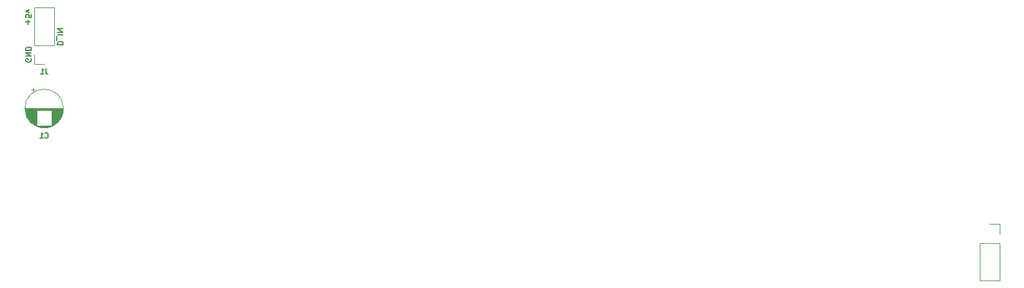
<source format=gbr>
G04 #@! TF.GenerationSoftware,KiCad,Pcbnew,(5.1.5-0-10_14)*
G04 #@! TF.CreationDate,2020-01-20T13:36:02-08:00*
G04 #@! TF.ProjectId,SpectrumAnayzerMini,53706563-7472-4756-9d41-6e61797a6572,rev?*
G04 #@! TF.SameCoordinates,Original*
G04 #@! TF.FileFunction,Legend,Bot*
G04 #@! TF.FilePolarity,Positive*
%FSLAX46Y46*%
G04 Gerber Fmt 4.6, Leading zero omitted, Abs format (unit mm)*
G04 Created by KiCad (PCBNEW (5.1.5-0-10_14)) date 2020-01-20 13:36:02*
%MOMM*%
%LPD*%
G04 APERTURE LIST*
%ADD10C,0.127000*%
%ADD11C,0.120000*%
%ADD12C,0.150000*%
G04 APERTURE END LIST*
D10*
X72934285Y-92764428D02*
X73696285Y-92764428D01*
X73696285Y-92583000D01*
X73660000Y-92474142D01*
X73587428Y-92401571D01*
X73514857Y-92365285D01*
X73369714Y-92329000D01*
X73260857Y-92329000D01*
X73115714Y-92365285D01*
X73043142Y-92401571D01*
X72970571Y-92474142D01*
X72934285Y-92583000D01*
X72934285Y-92764428D01*
X72861714Y-92183857D02*
X72861714Y-91603285D01*
X72934285Y-91421857D02*
X73696285Y-91421857D01*
X72934285Y-91059000D02*
X73696285Y-91059000D01*
X72934285Y-90623571D01*
X73696285Y-90623571D01*
X69342000Y-94687571D02*
X69378285Y-94760142D01*
X69378285Y-94869000D01*
X69342000Y-94977857D01*
X69269428Y-95050428D01*
X69196857Y-95086714D01*
X69051714Y-95123000D01*
X68942857Y-95123000D01*
X68797714Y-95086714D01*
X68725142Y-95050428D01*
X68652571Y-94977857D01*
X68616285Y-94869000D01*
X68616285Y-94796428D01*
X68652571Y-94687571D01*
X68688857Y-94651285D01*
X68942857Y-94651285D01*
X68942857Y-94796428D01*
X68616285Y-94324714D02*
X69378285Y-94324714D01*
X68616285Y-93889285D01*
X69378285Y-93889285D01*
X68616285Y-93526428D02*
X69378285Y-93526428D01*
X69378285Y-93345000D01*
X69342000Y-93236142D01*
X69269428Y-93163571D01*
X69196857Y-93127285D01*
X69051714Y-93091000D01*
X68942857Y-93091000D01*
X68797714Y-93127285D01*
X68725142Y-93163571D01*
X68652571Y-93236142D01*
X68616285Y-93345000D01*
X68616285Y-93526428D01*
X68906571Y-89970428D02*
X68906571Y-89389857D01*
X68616285Y-89680142D02*
X69196857Y-89680142D01*
X69378285Y-88664142D02*
X69378285Y-89027000D01*
X69015428Y-89063285D01*
X69051714Y-89027000D01*
X69088000Y-88954428D01*
X69088000Y-88773000D01*
X69051714Y-88700428D01*
X69015428Y-88664142D01*
X68942857Y-88627857D01*
X68761428Y-88627857D01*
X68688857Y-88664142D01*
X68652571Y-88700428D01*
X68616285Y-88773000D01*
X68616285Y-88954428D01*
X68652571Y-89027000D01*
X68688857Y-89063285D01*
X69124285Y-88373857D02*
X68616285Y-88192428D01*
X69124285Y-88011000D01*
D11*
X69790000Y-95437000D02*
X71120000Y-95437000D01*
X69790000Y-94107000D02*
X69790000Y-95437000D01*
X69790000Y-92837000D02*
X72450000Y-92837000D01*
X72450000Y-92837000D02*
X72450000Y-87697000D01*
X69790000Y-92837000D02*
X69790000Y-87697000D01*
X69790000Y-87697000D02*
X72450000Y-87697000D01*
X69395000Y-98898225D02*
X69895000Y-98898225D01*
X69645000Y-98648225D02*
X69645000Y-99148225D01*
X70836000Y-104054000D02*
X71404000Y-104054000D01*
X70602000Y-104014000D02*
X71638000Y-104014000D01*
X70443000Y-103974000D02*
X71797000Y-103974000D01*
X70315000Y-103934000D02*
X71925000Y-103934000D01*
X70205000Y-103894000D02*
X72035000Y-103894000D01*
X70109000Y-103854000D02*
X72131000Y-103854000D01*
X70022000Y-103814000D02*
X72218000Y-103814000D01*
X69942000Y-103774000D02*
X72298000Y-103774000D01*
X72160000Y-103734000D02*
X72371000Y-103734000D01*
X69869000Y-103734000D02*
X70080000Y-103734000D01*
X72160000Y-103694000D02*
X72439000Y-103694000D01*
X69801000Y-103694000D02*
X70080000Y-103694000D01*
X72160000Y-103654000D02*
X72503000Y-103654000D01*
X69737000Y-103654000D02*
X70080000Y-103654000D01*
X72160000Y-103614000D02*
X72563000Y-103614000D01*
X69677000Y-103614000D02*
X70080000Y-103614000D01*
X72160000Y-103574000D02*
X72620000Y-103574000D01*
X69620000Y-103574000D02*
X70080000Y-103574000D01*
X72160000Y-103534000D02*
X72674000Y-103534000D01*
X69566000Y-103534000D02*
X70080000Y-103534000D01*
X72160000Y-103494000D02*
X72725000Y-103494000D01*
X69515000Y-103494000D02*
X70080000Y-103494000D01*
X72160000Y-103454000D02*
X72773000Y-103454000D01*
X69467000Y-103454000D02*
X70080000Y-103454000D01*
X72160000Y-103414000D02*
X72819000Y-103414000D01*
X69421000Y-103414000D02*
X70080000Y-103414000D01*
X72160000Y-103374000D02*
X72863000Y-103374000D01*
X69377000Y-103374000D02*
X70080000Y-103374000D01*
X72160000Y-103334000D02*
X72905000Y-103334000D01*
X69335000Y-103334000D02*
X70080000Y-103334000D01*
X72160000Y-103294000D02*
X72946000Y-103294000D01*
X69294000Y-103294000D02*
X70080000Y-103294000D01*
X72160000Y-103254000D02*
X72984000Y-103254000D01*
X69256000Y-103254000D02*
X70080000Y-103254000D01*
X72160000Y-103214000D02*
X73021000Y-103214000D01*
X69219000Y-103214000D02*
X70080000Y-103214000D01*
X72160000Y-103174000D02*
X73057000Y-103174000D01*
X69183000Y-103174000D02*
X70080000Y-103174000D01*
X72160000Y-103134000D02*
X73091000Y-103134000D01*
X69149000Y-103134000D02*
X70080000Y-103134000D01*
X72160000Y-103094000D02*
X73124000Y-103094000D01*
X69116000Y-103094000D02*
X70080000Y-103094000D01*
X72160000Y-103054000D02*
X73155000Y-103054000D01*
X69085000Y-103054000D02*
X70080000Y-103054000D01*
X72160000Y-103014000D02*
X73185000Y-103014000D01*
X69055000Y-103014000D02*
X70080000Y-103014000D01*
X72160000Y-102974000D02*
X73215000Y-102974000D01*
X69025000Y-102974000D02*
X70080000Y-102974000D01*
X72160000Y-102934000D02*
X73242000Y-102934000D01*
X68998000Y-102934000D02*
X70080000Y-102934000D01*
X72160000Y-102894000D02*
X73269000Y-102894000D01*
X68971000Y-102894000D02*
X70080000Y-102894000D01*
X72160000Y-102854000D02*
X73295000Y-102854000D01*
X68945000Y-102854000D02*
X70080000Y-102854000D01*
X72160000Y-102814000D02*
X73320000Y-102814000D01*
X68920000Y-102814000D02*
X70080000Y-102814000D01*
X72160000Y-102774000D02*
X73344000Y-102774000D01*
X68896000Y-102774000D02*
X70080000Y-102774000D01*
X72160000Y-102734000D02*
X73367000Y-102734000D01*
X68873000Y-102734000D02*
X70080000Y-102734000D01*
X72160000Y-102694000D02*
X73388000Y-102694000D01*
X68852000Y-102694000D02*
X70080000Y-102694000D01*
X72160000Y-102654000D02*
X73410000Y-102654000D01*
X68830000Y-102654000D02*
X70080000Y-102654000D01*
X72160000Y-102614000D02*
X73430000Y-102614000D01*
X68810000Y-102614000D02*
X70080000Y-102614000D01*
X72160000Y-102574000D02*
X73449000Y-102574000D01*
X68791000Y-102574000D02*
X70080000Y-102574000D01*
X72160000Y-102534000D02*
X73468000Y-102534000D01*
X68772000Y-102534000D02*
X70080000Y-102534000D01*
X72160000Y-102494000D02*
X73485000Y-102494000D01*
X68755000Y-102494000D02*
X70080000Y-102494000D01*
X72160000Y-102454000D02*
X73502000Y-102454000D01*
X68738000Y-102454000D02*
X70080000Y-102454000D01*
X72160000Y-102414000D02*
X73518000Y-102414000D01*
X68722000Y-102414000D02*
X70080000Y-102414000D01*
X72160000Y-102374000D02*
X73534000Y-102374000D01*
X68706000Y-102374000D02*
X70080000Y-102374000D01*
X72160000Y-102334000D02*
X73548000Y-102334000D01*
X68692000Y-102334000D02*
X70080000Y-102334000D01*
X72160000Y-102294000D02*
X73562000Y-102294000D01*
X68678000Y-102294000D02*
X70080000Y-102294000D01*
X72160000Y-102254000D02*
X73575000Y-102254000D01*
X68665000Y-102254000D02*
X70080000Y-102254000D01*
X72160000Y-102214000D02*
X73588000Y-102214000D01*
X68652000Y-102214000D02*
X70080000Y-102214000D01*
X72160000Y-102174000D02*
X73600000Y-102174000D01*
X68640000Y-102174000D02*
X70080000Y-102174000D01*
X72160000Y-102133000D02*
X73611000Y-102133000D01*
X68629000Y-102133000D02*
X70080000Y-102133000D01*
X72160000Y-102093000D02*
X73621000Y-102093000D01*
X68619000Y-102093000D02*
X70080000Y-102093000D01*
X72160000Y-102053000D02*
X73631000Y-102053000D01*
X68609000Y-102053000D02*
X70080000Y-102053000D01*
X72160000Y-102013000D02*
X73640000Y-102013000D01*
X68600000Y-102013000D02*
X70080000Y-102013000D01*
X72160000Y-101973000D02*
X73648000Y-101973000D01*
X68592000Y-101973000D02*
X70080000Y-101973000D01*
X72160000Y-101933000D02*
X73656000Y-101933000D01*
X68584000Y-101933000D02*
X70080000Y-101933000D01*
X72160000Y-101893000D02*
X73663000Y-101893000D01*
X68577000Y-101893000D02*
X70080000Y-101893000D01*
X72160000Y-101853000D02*
X73670000Y-101853000D01*
X68570000Y-101853000D02*
X70080000Y-101853000D01*
X72160000Y-101813000D02*
X73676000Y-101813000D01*
X68564000Y-101813000D02*
X70080000Y-101813000D01*
X72160000Y-101773000D02*
X73681000Y-101773000D01*
X68559000Y-101773000D02*
X70080000Y-101773000D01*
X72160000Y-101733000D02*
X73685000Y-101733000D01*
X68555000Y-101733000D02*
X70080000Y-101733000D01*
X72160000Y-101693000D02*
X73689000Y-101693000D01*
X68551000Y-101693000D02*
X70080000Y-101693000D01*
X68547000Y-101653000D02*
X73693000Y-101653000D01*
X68544000Y-101613000D02*
X73696000Y-101613000D01*
X68542000Y-101573000D02*
X73698000Y-101573000D01*
X68541000Y-101533000D02*
X73699000Y-101533000D01*
X68540000Y-101493000D02*
X73700000Y-101493000D01*
X68540000Y-101453000D02*
X73700000Y-101453000D01*
X73740000Y-101453000D02*
G75*
G03X73740000Y-101453000I-2620000J0D01*
G01*
X200974000Y-117161000D02*
X199644000Y-117161000D01*
X200974000Y-118491000D02*
X200974000Y-117161000D01*
X200974000Y-119761000D02*
X198314000Y-119761000D01*
X198314000Y-119761000D02*
X198314000Y-124901000D01*
X200974000Y-119761000D02*
X200974000Y-124901000D01*
X200974000Y-124901000D02*
X198314000Y-124901000D01*
D12*
X71357066Y-96047533D02*
X71357066Y-96555533D01*
X71390933Y-96657133D01*
X71458666Y-96724866D01*
X71560266Y-96758733D01*
X71628000Y-96758733D01*
X70645866Y-96758733D02*
X71052266Y-96758733D01*
X70849066Y-96758733D02*
X70849066Y-96047533D01*
X70916800Y-96149133D01*
X70984533Y-96216866D01*
X71052266Y-96250733D01*
X71238533Y-105410000D02*
X71272400Y-105443866D01*
X71374000Y-105477733D01*
X71441733Y-105477733D01*
X71543333Y-105443866D01*
X71611066Y-105376133D01*
X71644933Y-105308400D01*
X71678800Y-105172933D01*
X71678800Y-105071333D01*
X71644933Y-104935866D01*
X71611066Y-104868133D01*
X71543333Y-104800400D01*
X71441733Y-104766533D01*
X71374000Y-104766533D01*
X71272400Y-104800400D01*
X71238533Y-104834266D01*
X70561200Y-105477733D02*
X70967600Y-105477733D01*
X70764400Y-105477733D02*
X70764400Y-104766533D01*
X70832133Y-104868133D01*
X70899866Y-104935866D01*
X70967600Y-104969733D01*
M02*

</source>
